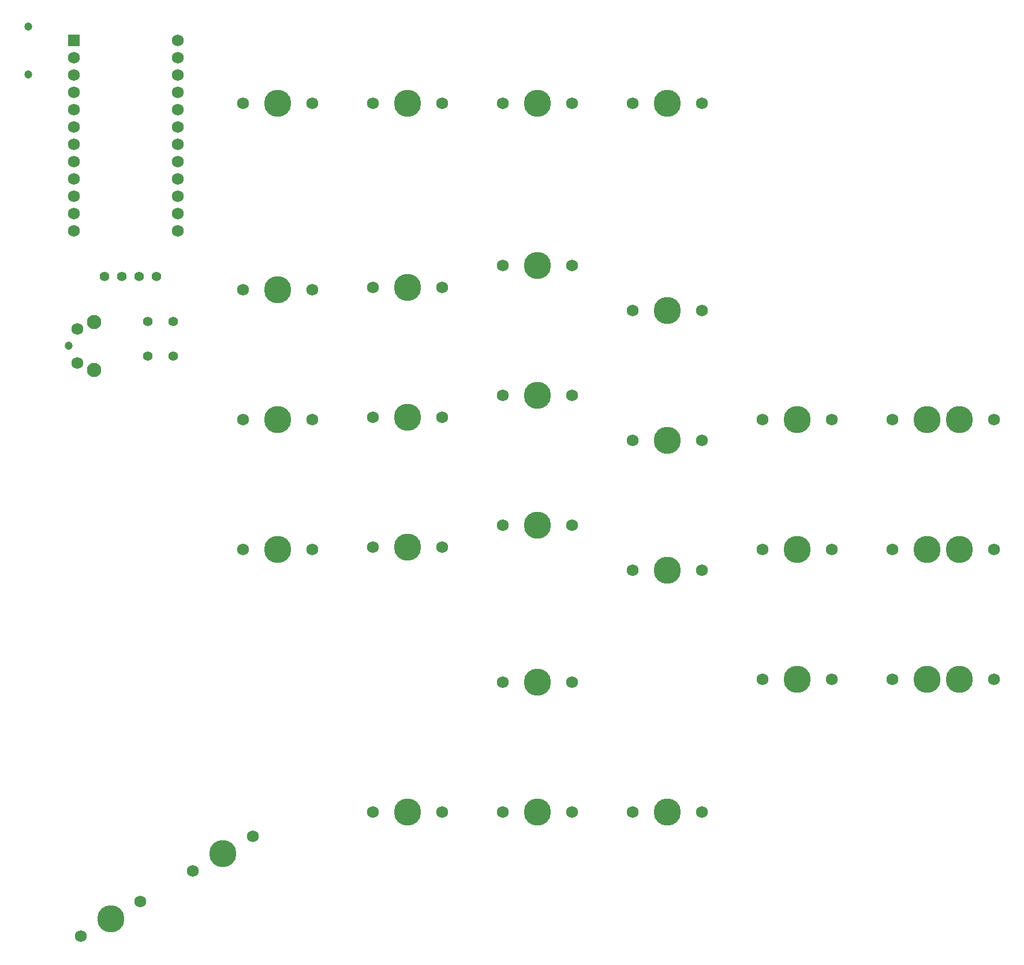
<source format=gts>
G04 #@! TF.GenerationSoftware,KiCad,Pcbnew,5.1.10*
G04 #@! TF.CreationDate,2022-03-09T15:20:40-05:00*
G04 #@! TF.ProjectId,bourbondox2_right,626f7572-626f-46e6-946f-78325f726967,rev?*
G04 #@! TF.SameCoordinates,Original*
G04 #@! TF.FileFunction,Soldermask,Top*
G04 #@! TF.FilePolarity,Negative*
%FSLAX46Y46*%
G04 Gerber Fmt 4.6, Leading zero omitted, Abs format (unit mm)*
G04 Created by KiCad (PCBNEW 5.1.10) date 2022-03-09 15:20:40*
%MOMM*%
%LPD*%
G01*
G04 APERTURE LIST*
%ADD10C,1.752600*%
%ADD11R,1.752600X1.752600*%
%ADD12C,1.200000*%
%ADD13C,2.100000*%
%ADD14C,1.750000*%
%ADD15C,1.397000*%
%ADD16C,3.987800*%
G04 APERTURE END LIST*
D10*
G04 #@! TO.C,U1*
X74295000Y-32067500D03*
X59055000Y-60007500D03*
X74295000Y-34607500D03*
X74295000Y-37147500D03*
X74295000Y-39687500D03*
X74295000Y-42227500D03*
X74295000Y-44767500D03*
X74295000Y-47307500D03*
X74295000Y-49847500D03*
X74295000Y-52387500D03*
X74295000Y-54927500D03*
X74295000Y-57467500D03*
X74295000Y-60007500D03*
X59055000Y-57467500D03*
X59055000Y-54927500D03*
X59055000Y-52387500D03*
X59055000Y-49847500D03*
X59055000Y-47307500D03*
X59055000Y-44767500D03*
X59055000Y-42227500D03*
X59055000Y-39687500D03*
X59055000Y-37147500D03*
X59055000Y-34607500D03*
D11*
X59055000Y-32067500D03*
G04 #@! TD*
D12*
G04 #@! TO.C,SW1*
X58321250Y-76875000D03*
D13*
X62021250Y-80375000D03*
D14*
X59531250Y-79375000D03*
X59531250Y-74375000D03*
D13*
X62021250Y-73365000D03*
G04 #@! TD*
D15*
G04 #@! TO.C,R2*
X73624240Y-78378499D03*
X73624240Y-73298499D03*
G04 #@! TD*
G04 #@! TO.C,R1*
X69850000Y-78378499D03*
X69850000Y-73298499D03*
G04 #@! TD*
G04 #@! TO.C,OL1*
X71120000Y-66675000D03*
X68580000Y-66675000D03*
X66040000Y-66675000D03*
X63500000Y-66675000D03*
G04 #@! TD*
D16*
G04 #@! TO.C,MX30_2*
X188912500Y-125762500D03*
D14*
X193992500Y-125762500D03*
X183832500Y-125762500D03*
G04 #@! TD*
D16*
G04 #@! TO.C,MX20_2*
X188912500Y-106712500D03*
D14*
X193992500Y-106712500D03*
X183832500Y-106712500D03*
G04 #@! TD*
D16*
G04 #@! TO.C,MX10_2*
X188912500Y-87662500D03*
D14*
X193992500Y-87662500D03*
X183832500Y-87662500D03*
G04 #@! TD*
G04 #@! TO.C,MX45*
X68824267Y-158376250D03*
X60025449Y-163456250D03*
D16*
X64424858Y-160916250D03*
G04 #@! TD*
D14*
G04 #@! TO.C,MX44*
X85322051Y-148851250D03*
X76523233Y-153931250D03*
D16*
X80922642Y-151391250D03*
G04 #@! TD*
G04 #@! TO.C,MX43*
X107950000Y-145256250D03*
D14*
X102870000Y-145256250D03*
X113030000Y-145256250D03*
G04 #@! TD*
D16*
G04 #@! TO.C,MX42*
X127000000Y-145256250D03*
D14*
X121920000Y-145256250D03*
X132080000Y-145256250D03*
G04 #@! TD*
D16*
G04 #@! TO.C,MX41*
X127000000Y-126206250D03*
D14*
X121920000Y-126206250D03*
X132080000Y-126206250D03*
G04 #@! TD*
D16*
G04 #@! TO.C,MX40*
X146050000Y-145256250D03*
D14*
X140970000Y-145256250D03*
X151130000Y-145256250D03*
G04 #@! TD*
D16*
G04 #@! TO.C,MX35*
X88900000Y-106737500D03*
D14*
X83820000Y-106737500D03*
X93980000Y-106737500D03*
G04 #@! TD*
D16*
G04 #@! TO.C,MX34*
X107950000Y-106437500D03*
D14*
X102870000Y-106437500D03*
X113030000Y-106437500D03*
G04 #@! TD*
D16*
G04 #@! TO.C,MX33*
X127000000Y-103187500D03*
D14*
X121920000Y-103187500D03*
X132080000Y-103187500D03*
G04 #@! TD*
D16*
G04 #@! TO.C,MX32*
X146050000Y-109762500D03*
D14*
X140970000Y-109762500D03*
X151130000Y-109762500D03*
G04 #@! TD*
D16*
G04 #@! TO.C,MX31*
X165100000Y-125762500D03*
D14*
X160020000Y-125762500D03*
X170180000Y-125762500D03*
G04 #@! TD*
D16*
G04 #@! TO.C,MX30*
X184150000Y-125762500D03*
D14*
X179070000Y-125762500D03*
X189230000Y-125762500D03*
G04 #@! TD*
D16*
G04 #@! TO.C,MX25*
X88900000Y-87687500D03*
D14*
X83820000Y-87687500D03*
X93980000Y-87687500D03*
G04 #@! TD*
D16*
G04 #@! TO.C,MX24*
X107950000Y-87387500D03*
D14*
X102870000Y-87387500D03*
X113030000Y-87387500D03*
G04 #@! TD*
D16*
G04 #@! TO.C,MX23*
X127000000Y-84137500D03*
D14*
X121920000Y-84137500D03*
X132080000Y-84137500D03*
G04 #@! TD*
D16*
G04 #@! TO.C,MX22*
X146050000Y-90712500D03*
D14*
X140970000Y-90712500D03*
X151130000Y-90712500D03*
G04 #@! TD*
D16*
G04 #@! TO.C,MX21*
X165100000Y-106712500D03*
D14*
X160020000Y-106712500D03*
X170180000Y-106712500D03*
G04 #@! TD*
D16*
G04 #@! TO.C,MX20*
X184150000Y-106712500D03*
D14*
X179070000Y-106712500D03*
X189230000Y-106712500D03*
G04 #@! TD*
D16*
G04 #@! TO.C,MX15*
X88900000Y-68637500D03*
D14*
X83820000Y-68637500D03*
X93980000Y-68637500D03*
G04 #@! TD*
D16*
G04 #@! TO.C,MX14*
X107950000Y-68337500D03*
D14*
X102870000Y-68337500D03*
X113030000Y-68337500D03*
G04 #@! TD*
D16*
G04 #@! TO.C,MX13*
X127000000Y-65087500D03*
D14*
X121920000Y-65087500D03*
X132080000Y-65087500D03*
G04 #@! TD*
D16*
G04 #@! TO.C,MX12*
X146050000Y-71662500D03*
D14*
X140970000Y-71662500D03*
X151130000Y-71662500D03*
G04 #@! TD*
D16*
G04 #@! TO.C,MX11*
X165100000Y-87662500D03*
D14*
X160020000Y-87662500D03*
X170180000Y-87662500D03*
G04 #@! TD*
D16*
G04 #@! TO.C,MX10*
X184150000Y-87662500D03*
D14*
X179070000Y-87662500D03*
X189230000Y-87662500D03*
G04 #@! TD*
D16*
G04 #@! TO.C,MX5*
X88900000Y-41275000D03*
D14*
X83820000Y-41275000D03*
X93980000Y-41275000D03*
G04 #@! TD*
D16*
G04 #@! TO.C,MX4*
X107950000Y-41275000D03*
D14*
X102870000Y-41275000D03*
X113030000Y-41275000D03*
G04 #@! TD*
D16*
G04 #@! TO.C,MX3*
X127000000Y-41275000D03*
D14*
X121920000Y-41275000D03*
X132080000Y-41275000D03*
G04 #@! TD*
D16*
G04 #@! TO.C,MX2*
X146050000Y-41275000D03*
D14*
X140970000Y-41275000D03*
X151130000Y-41275000D03*
G04 #@! TD*
D12*
G04 #@! TO.C,J1*
X52387500Y-37075000D03*
X52387500Y-30075000D03*
G04 #@! TD*
M02*

</source>
